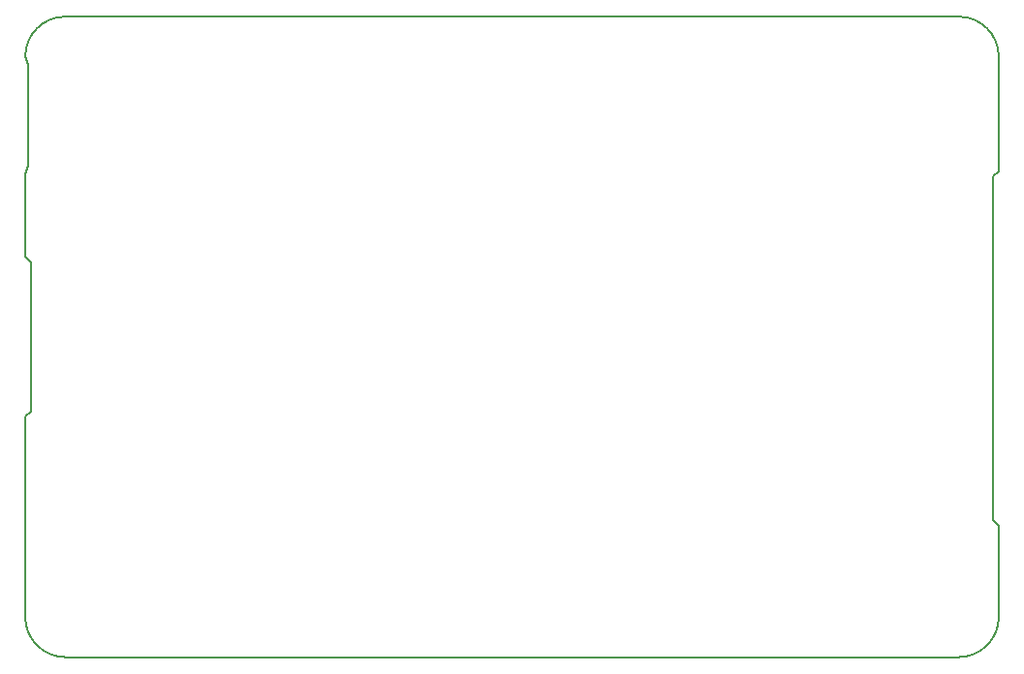
<source format=gm1>
G04 #@! TF.GenerationSoftware,KiCad,Pcbnew,(6.0.2)*
G04 #@! TF.CreationDate,2022-04-20T12:25:19-06:00*
G04 #@! TF.ProjectId,nano,6e616e6f-2e6b-4696-9361-645f70636258,rev?*
G04 #@! TF.SameCoordinates,Original*
G04 #@! TF.FileFunction,Profile,NP*
%FSLAX46Y46*%
G04 Gerber Fmt 4.6, Leading zero omitted, Abs format (unit mm)*
G04 Created by KiCad (PCBNEW (6.0.2)) date 2022-04-20 12:25:19*
%MOMM*%
%LPD*%
G01*
G04 APERTURE LIST*
G04 #@! TA.AperFunction,Profile*
%ADD10C,0.150000*%
G04 #@! TD*
G04 APERTURE END LIST*
D10*
X105000000Y-33500000D02*
X105000000Y-23500000D01*
X20000000Y-55000000D02*
X20000000Y-72500000D01*
X20250000Y-33000000D02*
X20000000Y-33750000D01*
X20000000Y-72500000D02*
G75*
G03*
X23500000Y-76000000I3499999J-1D01*
G01*
X20000000Y-33750000D02*
X20000000Y-41000000D01*
X23500000Y-20000000D02*
X101500000Y-20000000D01*
X101500000Y-76000000D02*
G75*
G03*
X105000000Y-72500000I1J3499999D01*
G01*
X105000000Y-23500000D02*
G75*
G03*
X101500000Y-20000000I-3499999J1D01*
G01*
X20500000Y-41500000D02*
X20500000Y-54500000D01*
X20500000Y-41500000D02*
X20000000Y-41000000D01*
X20250000Y-24250000D02*
X20250000Y-33000000D01*
X23500000Y-20000000D02*
G75*
G03*
X20000000Y-23500000I-1J-3499999D01*
G01*
X105000000Y-72500000D02*
X105000000Y-64500000D01*
X23500000Y-76000000D02*
X101500000Y-76000000D01*
X104500000Y-64000000D02*
X104500000Y-34000000D01*
X104500000Y-34000000D02*
X105000000Y-33500000D01*
X20500000Y-54500000D02*
X20000000Y-55000000D01*
X105000000Y-64500000D02*
X104500000Y-64000000D01*
X20000000Y-23500000D02*
X20250000Y-24250000D01*
M02*

</source>
